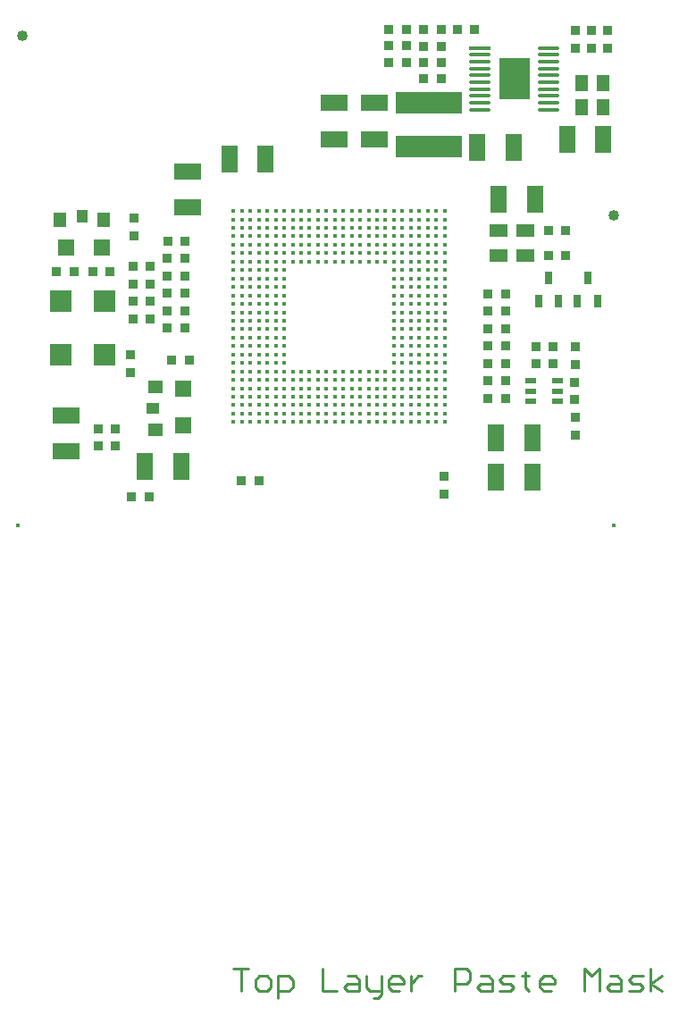
<source format=gtp>
%FSLAX24Y24*%
%MOIN*%
G70*
G01*
G75*
%ADD10C,0.0040*%
%ADD11C,0.0400*%
%ADD12C,0.0157*%
%ADD13R,0.0236X0.0906*%
%ADD14R,0.0380X0.0380*%
%ADD15R,0.0315X0.0472*%
%ADD16R,0.0650X0.0500*%
%ADD17R,0.0600X0.1000*%
%ADD18R,0.0600X0.0600*%
%ADD19R,0.0551X0.0512*%
%ADD20R,0.0472X0.0394*%
%ADD21R,0.1000X0.0600*%
%ADD22R,0.0433X0.0236*%
%ADD23R,0.0800X0.0800*%
%ADD24R,0.2480X0.0846*%
%ADD25R,0.0500X0.0600*%
%ADD26R,0.0512X0.0551*%
%ADD27R,0.0394X0.0472*%
%ADD28O,0.0846X0.0138*%
%ADD29R,0.0846X0.0138*%
%ADD30R,0.1181X0.1575*%
%ADD31C,0.0100*%
%ADD32C,0.0060*%
%ADD33C,0.0050*%
%ADD34C,0.0138*%
%ADD35C,0.0200*%
%ADD36C,0.0250*%
%ADD37C,0.0130*%
%ADD38C,0.0500*%
%ADD39C,0.0300*%
%ADD40C,0.0400*%
%ADD41C,0.0110*%
%ADD42C,0.0098*%
%ADD43C,0.0600*%
%ADD44P,0.0600X8X0*%
%ADD45C,0.0620*%
%ADD46P,0.0620X8X0*%
%ADD47C,0.0180*%
%ADD48C,0.0200*%
%ADD49C,0.0500*%
%ADD50C,0.0150*%
%ADD51C,0.0080*%
%ADD52C,0.0059*%
%ADD53C,0.0098*%
%ADD54C,0.0079*%
D11*
X99318Y91102D02*
D03*
X77271Y97795D02*
D03*
D12*
X99318Y79527D02*
D03*
X77114D02*
D03*
X85145Y83386D02*
D03*
X85460D02*
D03*
X85775D02*
D03*
X86090D02*
D03*
X86405D02*
D03*
X86720D02*
D03*
X87035D02*
D03*
X87350D02*
D03*
X87665D02*
D03*
X87980D02*
D03*
X88295D02*
D03*
X88610D02*
D03*
X88925D02*
D03*
X89240D02*
D03*
X89555D02*
D03*
X89870D02*
D03*
X90185D02*
D03*
X90499D02*
D03*
X90814D02*
D03*
X91129D02*
D03*
X91444D02*
D03*
X91759D02*
D03*
X92074D02*
D03*
X92389D02*
D03*
X92704D02*
D03*
X93019D02*
D03*
X85145Y83701D02*
D03*
X85460D02*
D03*
X85775D02*
D03*
X86090D02*
D03*
X86405D02*
D03*
X86720D02*
D03*
X87035D02*
D03*
X87350D02*
D03*
X87665D02*
D03*
X87980D02*
D03*
X88295D02*
D03*
X88610D02*
D03*
X88925D02*
D03*
X89240D02*
D03*
X89555D02*
D03*
X89870D02*
D03*
X90185D02*
D03*
X90499D02*
D03*
X90814D02*
D03*
X91129D02*
D03*
X91444D02*
D03*
X91759D02*
D03*
X92074D02*
D03*
X92389D02*
D03*
X92704D02*
D03*
X93019D02*
D03*
X85145Y84016D02*
D03*
X85460D02*
D03*
X85775D02*
D03*
X86090D02*
D03*
X86405D02*
D03*
X86720D02*
D03*
X87035D02*
D03*
X87350D02*
D03*
X87665D02*
D03*
X87980D02*
D03*
X88295D02*
D03*
X88610D02*
D03*
X88925D02*
D03*
X89240D02*
D03*
X89555D02*
D03*
X89870D02*
D03*
X90185D02*
D03*
X90499D02*
D03*
X90814D02*
D03*
X91129D02*
D03*
X91444D02*
D03*
X91759D02*
D03*
X92074D02*
D03*
X92389D02*
D03*
X92704D02*
D03*
X93019D02*
D03*
X85145Y84331D02*
D03*
X85460D02*
D03*
X85775D02*
D03*
X86090D02*
D03*
X86405D02*
D03*
X86720D02*
D03*
X87035D02*
D03*
X87350D02*
D03*
X87665D02*
D03*
X87980D02*
D03*
X88295D02*
D03*
X88610D02*
D03*
X88925D02*
D03*
X89240D02*
D03*
X89555D02*
D03*
X89870D02*
D03*
X90185D02*
D03*
X90499D02*
D03*
X90814D02*
D03*
X91129D02*
D03*
X91444D02*
D03*
X91759D02*
D03*
X92074D02*
D03*
X92389D02*
D03*
X92704D02*
D03*
X93019D02*
D03*
X85145Y84646D02*
D03*
X85460D02*
D03*
X85775D02*
D03*
X86090D02*
D03*
X86405D02*
D03*
X86720D02*
D03*
X87035D02*
D03*
X87350D02*
D03*
X87665D02*
D03*
X87980D02*
D03*
X88295D02*
D03*
X88610D02*
D03*
X88925D02*
D03*
X89240D02*
D03*
X89555D02*
D03*
X89870D02*
D03*
X90185D02*
D03*
X90499D02*
D03*
X90814D02*
D03*
X91129D02*
D03*
X91444D02*
D03*
X91759D02*
D03*
X92074D02*
D03*
X92389D02*
D03*
X92704D02*
D03*
X93019D02*
D03*
X85145Y84960D02*
D03*
X85460D02*
D03*
X85775D02*
D03*
X86090D02*
D03*
X86405D02*
D03*
X86720D02*
D03*
X87035D02*
D03*
X87350D02*
D03*
X87665D02*
D03*
X87980D02*
D03*
X88295D02*
D03*
X88610D02*
D03*
X88925D02*
D03*
X89240D02*
D03*
X89555D02*
D03*
X89870D02*
D03*
X90185D02*
D03*
X90499D02*
D03*
X90814D02*
D03*
X91129D02*
D03*
X91444D02*
D03*
X91759D02*
D03*
X92074D02*
D03*
X92389D02*
D03*
X92704D02*
D03*
X93019D02*
D03*
X85145Y85275D02*
D03*
X85460D02*
D03*
X85775D02*
D03*
X86090D02*
D03*
X86405D02*
D03*
X86720D02*
D03*
X87035D02*
D03*
X87350D02*
D03*
X87665D02*
D03*
X87980D02*
D03*
X88295D02*
D03*
X88610D02*
D03*
X88925D02*
D03*
X89240D02*
D03*
X89555D02*
D03*
X89870D02*
D03*
X90185D02*
D03*
X90499D02*
D03*
X90814D02*
D03*
X91129D02*
D03*
X91444D02*
D03*
X91759D02*
D03*
X92074D02*
D03*
X92389D02*
D03*
X92704D02*
D03*
X93019D02*
D03*
X85145Y85590D02*
D03*
X85460D02*
D03*
X85775D02*
D03*
X86090D02*
D03*
X86405D02*
D03*
X86720D02*
D03*
X87035D02*
D03*
X91129D02*
D03*
X91444D02*
D03*
X91759D02*
D03*
X92074D02*
D03*
X92389D02*
D03*
X92704D02*
D03*
X93019D02*
D03*
X85145Y85905D02*
D03*
X85460D02*
D03*
X85775D02*
D03*
X86090D02*
D03*
X86405D02*
D03*
X86720D02*
D03*
X87035D02*
D03*
X91129D02*
D03*
X91444D02*
D03*
X91759D02*
D03*
X92074D02*
D03*
X92389D02*
D03*
X92704D02*
D03*
X93019D02*
D03*
X85145Y86220D02*
D03*
X85460D02*
D03*
X85775D02*
D03*
X86090D02*
D03*
X86405D02*
D03*
X86720D02*
D03*
X87035D02*
D03*
X91129D02*
D03*
X91444D02*
D03*
X91759D02*
D03*
X92074D02*
D03*
X92389D02*
D03*
X92704D02*
D03*
X93019D02*
D03*
X85145Y86535D02*
D03*
X85460D02*
D03*
X85775D02*
D03*
X86090D02*
D03*
X86405D02*
D03*
X86720D02*
D03*
X87035D02*
D03*
X91129D02*
D03*
X91444D02*
D03*
X91759D02*
D03*
X92074D02*
D03*
X92389D02*
D03*
X92704D02*
D03*
X93019D02*
D03*
X85145Y86850D02*
D03*
X85460D02*
D03*
X85775D02*
D03*
X86090D02*
D03*
X86405D02*
D03*
X86720D02*
D03*
X87035D02*
D03*
X91129D02*
D03*
X91444D02*
D03*
X91759D02*
D03*
X92074D02*
D03*
X92389D02*
D03*
X92704D02*
D03*
X93019D02*
D03*
X85145Y87165D02*
D03*
X85460D02*
D03*
X85775D02*
D03*
X86090D02*
D03*
X86405D02*
D03*
X86720D02*
D03*
X87035D02*
D03*
X91129D02*
D03*
X91444D02*
D03*
X91759D02*
D03*
X92074D02*
D03*
X92389D02*
D03*
X92704D02*
D03*
X93019D02*
D03*
X85145Y87480D02*
D03*
X85460D02*
D03*
X85775D02*
D03*
X86090D02*
D03*
X86405D02*
D03*
X86720D02*
D03*
X87035D02*
D03*
X91129D02*
D03*
X91444D02*
D03*
X91759D02*
D03*
X92074D02*
D03*
X92389D02*
D03*
X92704D02*
D03*
X93019D02*
D03*
X85145Y87795D02*
D03*
X85460D02*
D03*
X85775D02*
D03*
X86090D02*
D03*
X86405D02*
D03*
X86720D02*
D03*
X87035D02*
D03*
X91129D02*
D03*
X91444D02*
D03*
X91759D02*
D03*
X92074D02*
D03*
X92389D02*
D03*
X92704D02*
D03*
X93019D02*
D03*
X85145Y88110D02*
D03*
X85460D02*
D03*
X85775D02*
D03*
X86090D02*
D03*
X86405D02*
D03*
X86720D02*
D03*
X87035D02*
D03*
X91129D02*
D03*
X91444D02*
D03*
X91759D02*
D03*
X92074D02*
D03*
X92389D02*
D03*
X92704D02*
D03*
X93019D02*
D03*
X85145Y88425D02*
D03*
X85460D02*
D03*
X85775D02*
D03*
X86090D02*
D03*
X86405D02*
D03*
X86720D02*
D03*
X87035D02*
D03*
X91129D02*
D03*
X91444D02*
D03*
X91759D02*
D03*
X92074D02*
D03*
X92389D02*
D03*
X92704D02*
D03*
X93019D02*
D03*
X85145Y88740D02*
D03*
X85460D02*
D03*
X85775D02*
D03*
X86090D02*
D03*
X86405D02*
D03*
X86720D02*
D03*
X87035D02*
D03*
X91129D02*
D03*
X91444D02*
D03*
X91759D02*
D03*
X92074D02*
D03*
X92389D02*
D03*
X92704D02*
D03*
X93019D02*
D03*
X85145Y89055D02*
D03*
X85460D02*
D03*
X85775D02*
D03*
X86090D02*
D03*
X86405D02*
D03*
X86720D02*
D03*
X87035D02*
D03*
X91129D02*
D03*
X91444D02*
D03*
X91759D02*
D03*
X92074D02*
D03*
X92389D02*
D03*
X92704D02*
D03*
X93019D02*
D03*
X85145Y89370D02*
D03*
X85460D02*
D03*
X85775D02*
D03*
X86090D02*
D03*
X86405D02*
D03*
X86720D02*
D03*
X87035D02*
D03*
X87350D02*
D03*
X87665D02*
D03*
X87980D02*
D03*
X88295D02*
D03*
X88610D02*
D03*
X88925D02*
D03*
X89240D02*
D03*
X89555D02*
D03*
X89870D02*
D03*
X90185D02*
D03*
X90499D02*
D03*
X90814D02*
D03*
X91129D02*
D03*
X91444D02*
D03*
X91759D02*
D03*
X92074D02*
D03*
X92389D02*
D03*
X92704D02*
D03*
X93019D02*
D03*
X85145Y89685D02*
D03*
X85460D02*
D03*
X85775D02*
D03*
X86090D02*
D03*
X86405D02*
D03*
X86720D02*
D03*
X87035D02*
D03*
X87350D02*
D03*
X87665D02*
D03*
X87980D02*
D03*
X88295D02*
D03*
X88610D02*
D03*
X88925D02*
D03*
X89240D02*
D03*
X89555D02*
D03*
X89870D02*
D03*
X90185D02*
D03*
X90499D02*
D03*
X90814D02*
D03*
X91129D02*
D03*
X91444D02*
D03*
X91759D02*
D03*
X92074D02*
D03*
X92389D02*
D03*
X92704D02*
D03*
X93019D02*
D03*
X85145Y90000D02*
D03*
X85460D02*
D03*
X85775D02*
D03*
X86090D02*
D03*
X86405D02*
D03*
X86720D02*
D03*
X87035D02*
D03*
X87350D02*
D03*
X87665D02*
D03*
X87980D02*
D03*
X88295D02*
D03*
X88610D02*
D03*
X88925D02*
D03*
X89240D02*
D03*
X89555D02*
D03*
X89870D02*
D03*
X90185D02*
D03*
X90499D02*
D03*
X90814D02*
D03*
X91129D02*
D03*
X91444D02*
D03*
X91759D02*
D03*
X92074D02*
D03*
X92389D02*
D03*
X92704D02*
D03*
X93019D02*
D03*
X85145Y90315D02*
D03*
X85460D02*
D03*
X85775D02*
D03*
X86090D02*
D03*
X86405D02*
D03*
X86720D02*
D03*
X87035D02*
D03*
X87350D02*
D03*
X87665D02*
D03*
X87980D02*
D03*
X88295D02*
D03*
X88610D02*
D03*
X88925D02*
D03*
X89240D02*
D03*
X89555D02*
D03*
X89870D02*
D03*
X90185D02*
D03*
X90499D02*
D03*
X90814D02*
D03*
X91129D02*
D03*
X91444D02*
D03*
X91759D02*
D03*
X92074D02*
D03*
X92389D02*
D03*
X92704D02*
D03*
X93019D02*
D03*
X85145Y90630D02*
D03*
X85460D02*
D03*
X85775D02*
D03*
X86090D02*
D03*
X86405D02*
D03*
X86720D02*
D03*
X87035D02*
D03*
X87350D02*
D03*
X87665D02*
D03*
X87980D02*
D03*
X88295D02*
D03*
X88610D02*
D03*
X88925D02*
D03*
X89240D02*
D03*
X89555D02*
D03*
X89870D02*
D03*
X90185D02*
D03*
X90499D02*
D03*
X90814D02*
D03*
X91129D02*
D03*
X91444D02*
D03*
X91759D02*
D03*
X92074D02*
D03*
X92389D02*
D03*
X92704D02*
D03*
X93019D02*
D03*
X85145Y90945D02*
D03*
X85460D02*
D03*
X85775D02*
D03*
X86090D02*
D03*
X86405D02*
D03*
X86720D02*
D03*
X87035D02*
D03*
X87350D02*
D03*
X87665D02*
D03*
X87980D02*
D03*
X88295D02*
D03*
X88610D02*
D03*
X88925D02*
D03*
X89240D02*
D03*
X89555D02*
D03*
X89870D02*
D03*
X90185D02*
D03*
X90499D02*
D03*
X90814D02*
D03*
X91129D02*
D03*
X91444D02*
D03*
X91759D02*
D03*
X92074D02*
D03*
X92389D02*
D03*
X92704D02*
D03*
X93019D02*
D03*
X85145Y91260D02*
D03*
X85460D02*
D03*
X85775D02*
D03*
X86090D02*
D03*
X86405D02*
D03*
X86720D02*
D03*
X87035D02*
D03*
X87350D02*
D03*
X87665D02*
D03*
X87980D02*
D03*
X88295D02*
D03*
X88610D02*
D03*
X88925D02*
D03*
X89240D02*
D03*
X89555D02*
D03*
X89870D02*
D03*
X90185D02*
D03*
X90499D02*
D03*
X90814D02*
D03*
X91129D02*
D03*
X91444D02*
D03*
X91759D02*
D03*
X92074D02*
D03*
X92389D02*
D03*
X92704D02*
D03*
X93019D02*
D03*
D14*
X81434Y90997D02*
D03*
Y90347D02*
D03*
X97534Y90547D02*
D03*
X96884D02*
D03*
X95294Y84923D02*
D03*
X97534Y89597D02*
D03*
X96884D02*
D03*
X94644Y84923D02*
D03*
Y85573D02*
D03*
X95294D02*
D03*
X83484Y85697D02*
D03*
X82834D02*
D03*
X80084Y82497D02*
D03*
X80734D02*
D03*
Y83147D02*
D03*
X80084D02*
D03*
X97884Y86197D02*
D03*
Y85547D02*
D03*
X81334Y80597D02*
D03*
X81984D02*
D03*
X79184Y88997D02*
D03*
X78534D02*
D03*
X92984Y81357D02*
D03*
Y80707D02*
D03*
X85434Y81197D02*
D03*
X86084D02*
D03*
X94644Y84273D02*
D03*
X95294D02*
D03*
X97873Y84867D02*
D03*
Y84217D02*
D03*
X94644Y86873D02*
D03*
X95294D02*
D03*
X94644Y86223D02*
D03*
X95294D02*
D03*
X97893Y82905D02*
D03*
Y83555D02*
D03*
X81284Y85897D02*
D03*
Y85247D02*
D03*
X79884Y88997D02*
D03*
X80534D02*
D03*
X95294Y87523D02*
D03*
X94644D02*
D03*
Y88173D02*
D03*
X95294D02*
D03*
X83319Y86889D02*
D03*
X82669D02*
D03*
X83319Y87539D02*
D03*
X82669D02*
D03*
X82034Y87247D02*
D03*
X81384D02*
D03*
X97073Y85567D02*
D03*
X96423D02*
D03*
X82034Y87897D02*
D03*
X81384D02*
D03*
X83319Y88189D02*
D03*
X82669D02*
D03*
X82034Y88547D02*
D03*
X81384D02*
D03*
X83319Y88839D02*
D03*
X82669D02*
D03*
X82034Y89197D02*
D03*
X81384D02*
D03*
X83319Y89489D02*
D03*
X82669D02*
D03*
X83334Y90147D02*
D03*
X82684D02*
D03*
X91584Y96797D02*
D03*
Y97447D02*
D03*
X93484Y98047D02*
D03*
X94134D02*
D03*
X92234Y96797D02*
D03*
X92884D02*
D03*
X97884Y97347D02*
D03*
Y97997D02*
D03*
X90934Y98047D02*
D03*
X91584D02*
D03*
X96418Y86183D02*
D03*
X97068D02*
D03*
X92234Y96197D02*
D03*
X92884D02*
D03*
X99084Y97347D02*
D03*
Y97997D02*
D03*
X98484Y97347D02*
D03*
Y97997D02*
D03*
X92234Y97397D02*
D03*
Y98047D02*
D03*
X92884Y97397D02*
D03*
Y98047D02*
D03*
X90934Y96797D02*
D03*
Y97447D02*
D03*
D15*
X98724Y87886D02*
D03*
X97976D02*
D03*
X98350Y88752D02*
D03*
X97274Y87886D02*
D03*
X96526D02*
D03*
X96900Y88752D02*
D03*
D16*
X96034Y90547D02*
D03*
X95034D02*
D03*
X96034Y89597D02*
D03*
X95034D02*
D03*
D17*
X97584Y93947D02*
D03*
X98934D02*
D03*
X94934Y81347D02*
D03*
X96284D02*
D03*
X94934Y82797D02*
D03*
X96284D02*
D03*
X83184Y81747D02*
D03*
X81834D02*
D03*
X84984Y93197D02*
D03*
X86334D02*
D03*
X95034Y91697D02*
D03*
X96384D02*
D03*
X94234Y93647D02*
D03*
X95584D02*
D03*
D18*
X83268Y83278D02*
D03*
Y84628D02*
D03*
X78884Y89897D02*
D03*
X80234D02*
D03*
D19*
X82234Y83090D02*
D03*
Y84705D02*
D03*
D20*
X82116Y83897D02*
D03*
D21*
X83434Y91397D02*
D03*
Y92747D02*
D03*
X88884Y93947D02*
D03*
Y95297D02*
D03*
X78884Y83647D02*
D03*
Y82297D02*
D03*
X90384Y93947D02*
D03*
Y95297D02*
D03*
D22*
X96223Y84917D02*
D03*
X97247D02*
D03*
X96223Y84169D02*
D03*
Y84543D02*
D03*
X97247Y84169D02*
D03*
Y84543D02*
D03*
D23*
X80337Y85897D02*
D03*
Y87897D02*
D03*
X78684Y85897D02*
D03*
Y87897D02*
D03*
D24*
X92434Y95297D02*
D03*
Y93664D02*
D03*
D25*
X98134Y95147D02*
D03*
Y96047D02*
D03*
X98934Y95147D02*
D03*
Y96047D02*
D03*
D26*
X78677Y90947D02*
D03*
X80291D02*
D03*
D27*
X79484Y91066D02*
D03*
D28*
X96912Y95044D02*
D03*
Y95300D02*
D03*
Y95556D02*
D03*
Y95812D02*
D03*
Y96068D02*
D03*
Y96324D02*
D03*
Y96580D02*
D03*
Y96836D02*
D03*
Y97092D02*
D03*
Y97347D02*
D03*
X94334Y95044D02*
D03*
Y95300D02*
D03*
Y95556D02*
D03*
Y95812D02*
D03*
Y96068D02*
D03*
Y96324D02*
D03*
Y96580D02*
D03*
Y96836D02*
D03*
Y97092D02*
D03*
D29*
Y97347D02*
D03*
D30*
X95623Y96196D02*
D03*
D42*
X85145Y62992D02*
X85696D01*
X85421D01*
Y62165D01*
X86109D02*
X86385D01*
X86523Y62303D01*
Y62578D01*
X86385Y62716D01*
X86109D01*
X85972Y62578D01*
Y62303D01*
X86109Y62165D01*
X86798Y61890D02*
Y62716D01*
X87211D01*
X87349Y62578D01*
Y62303D01*
X87211Y62165D01*
X86798D01*
X88451Y62992D02*
Y62165D01*
X89002D01*
X89415Y62716D02*
X89691D01*
X89829Y62578D01*
Y62165D01*
X89415D01*
X89278Y62303D01*
X89415Y62441D01*
X89829D01*
X90104Y62716D02*
Y62303D01*
X90242Y62165D01*
X90655D01*
Y62027D01*
X90517Y61890D01*
X90380D01*
X90655Y62165D02*
Y62716D01*
X91344Y62165D02*
X91068D01*
X90931Y62303D01*
Y62578D01*
X91068Y62716D01*
X91344D01*
X91482Y62578D01*
Y62441D01*
X90931D01*
X91757Y62716D02*
Y62165D01*
Y62441D01*
X91895Y62578D01*
X92033Y62716D01*
X92170D01*
X93410Y62165D02*
Y62992D01*
X93823D01*
X93961Y62854D01*
Y62578D01*
X93823Y62441D01*
X93410D01*
X94374Y62716D02*
X94650D01*
X94788Y62578D01*
Y62165D01*
X94374D01*
X94237Y62303D01*
X94374Y62441D01*
X94788D01*
X95063Y62165D02*
X95476D01*
X95614Y62303D01*
X95476Y62441D01*
X95201D01*
X95063Y62578D01*
X95201Y62716D01*
X95614D01*
X96027Y62854D02*
Y62716D01*
X95890D01*
X96165D01*
X96027D01*
Y62303D01*
X96165Y62165D01*
X96992D02*
X96716D01*
X96578Y62303D01*
Y62578D01*
X96716Y62716D01*
X96992D01*
X97129Y62578D01*
Y62441D01*
X96578D01*
X98231Y62165D02*
Y62992D01*
X98507Y62716D01*
X98782Y62992D01*
Y62165D01*
X99196Y62716D02*
X99471D01*
X99609Y62578D01*
Y62165D01*
X99196D01*
X99058Y62303D01*
X99196Y62441D01*
X99609D01*
X99884Y62165D02*
X100298D01*
X100435Y62303D01*
X100298Y62441D01*
X100022D01*
X99884Y62578D01*
X100022Y62716D01*
X100435D01*
X100711Y62165D02*
Y62992D01*
Y62441D02*
X101124Y62716D01*
X100711Y62441D02*
X101124Y62165D01*
M02*

</source>
